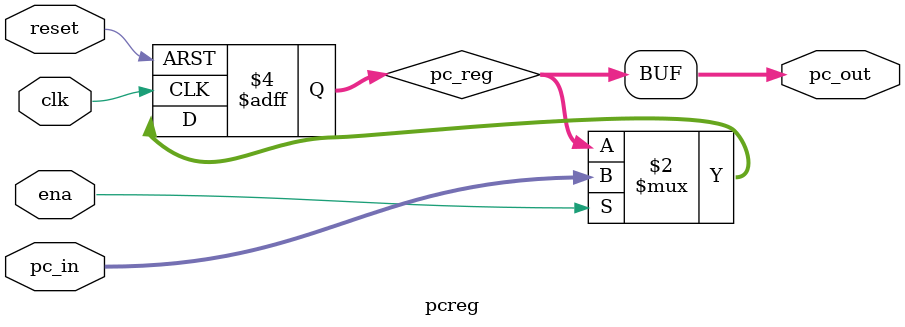
<source format=v>
`timescale 1ns / 1ps

module pcreg(
   input clk,
   input reset,
   input ena,
   input  [31:0]pc_in,
   output [31:0]pc_out
    );
    
    reg [31:0] pc_reg;
    
    always @(negedge clk or posedge reset)
       if(reset)
         pc_reg <= 32'h00400000;
       else if(ena)
         pc_reg <= pc_in;
       else 
        ;
     assign pc_out=pc_reg;       
endmodule
</source>
